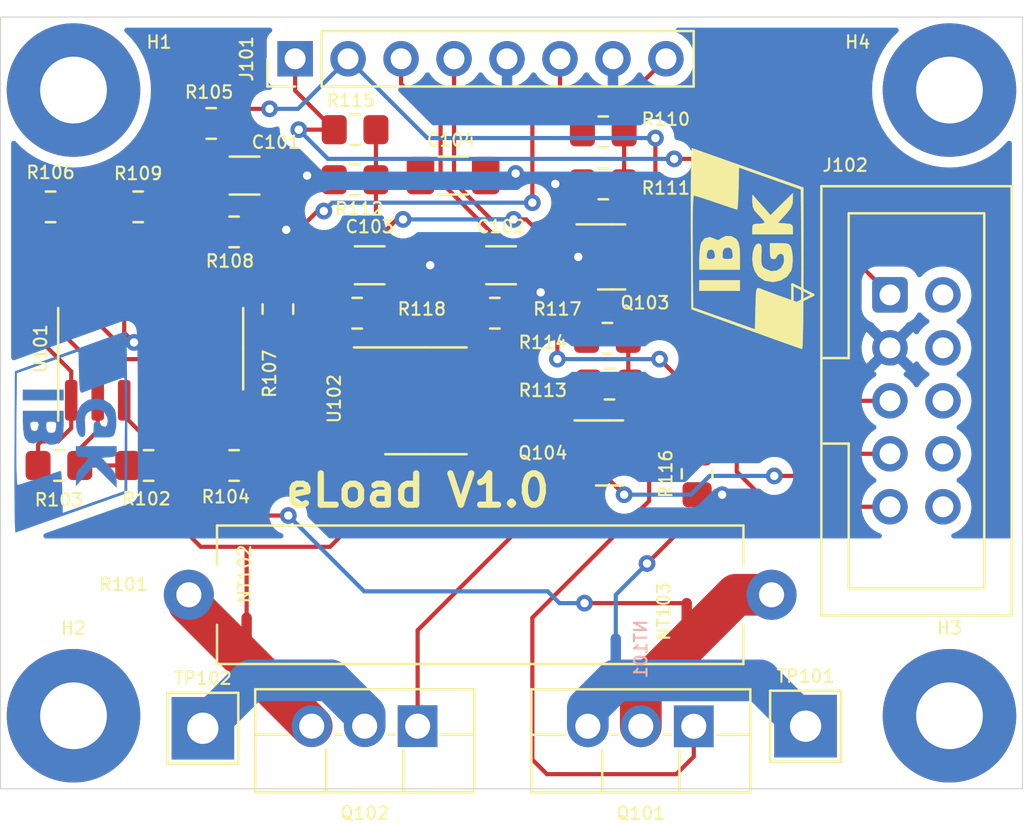
<source format=kicad_pcb>
(kicad_pcb (version 20211014) (generator pcbnew)
  (layers (0 "F.Cu" signal) (31 "B.Cu" signal) (34 "B.Paste" user) (35 "F.Paste" user) (36 "B.SilkS" user "B.Silkscreen") (37 "F.SilkS" user "F.Silkscreen") (38 "B.Mask" user) (39 "F.Mask" user) (44 "Edge.Cuts" user))
  (net 0 "")
  (net 1 "Net-(C102-Pad1)")
  (net 2 "Net-(C101-Pad1)")
  (net 3 "GNDPWR")
  (net 4 "Net-(R102-Pad1)")
  (net 5 "Net-(R102-Pad2)")
  (net 6 "Net-(R103-Pad2)")
  (net 7 "Net-(R104-Pad2)")
  (net 8 "+5VA")
  (net 9 "Net-(R106-Pad2)")
  (net 10 "Net-(R107-Pad2)")
  (net 11 "Net-(C103-Pad1)")
  (net 13 "GND")
  (net 14 "/VIN")
  (net 15 "+12VA")
  (net 16 "-12VA")
  (net 17 "/VMEAS")
  (net 18 "/VON_OFF")
  (net 19 "Net-(Q101-Pad1)")
  (net 20 "Net-(Q102-Pad1)")
  (net 21 "Net-(Q103-Pad1)")
  (net 22 "Net-(Q103-Pad3)")
  (net 23 "Net-(Q104-Pad1)")
  (net 24 "Net-(C104-Pad1)")
  (net 33 "/PL2")
  (net 34 "/PL1")
  (net 35 "/PL0")
  (net 36 "Net-(NT102-Pad1)")
  (net 37 "Net-(NT103-Pad2)")
  (footprint "MountingHole:MountingHole_3.2mm_M3_Pad_TopBottom" (layer "F.Cu") (at 103.5 53.5)
    (fp_text reference "H1")
    (fp_text value "MountingHole")
  )
  (footprint "MountingHole:MountingHole_3.2mm_M3_Pad_TopBottom" (layer "F.Cu") (at 145.5 83.5)
    (fp_text reference "H3")
    (fp_text value "MountingHole")
  )
  (footprint "MountingHole:MountingHole_3.2mm_M3_Pad_TopBottom" (layer "F.Cu") (at 145.5 53.5)
    (fp_text reference "H4")
    (fp_text value "MountingHole")
  )
  (footprint "MountingHole:MountingHole_3.2mm_M3_Pad_TopBottom" (layer "F.Cu") (at 103.5 83.5)
    (fp_text reference "H2")
    (fp_text value "MountingHole")
  )
  (footprint "ib_gk-lib:iblogo" (layer "F.Cu") (at 136.130418 61.095565 90)
    (fp_text reference "G1" hide)
    (fp_text value "LOGO" hide)
  )
  (footprint "Resistor_SMD:R_0805_2012Metric_Pad1.20x1.40mm_HandSolder" (layer "F.Cu") (at 123.7 64.2)
    (fp_text reference "R117")
    (fp_text value "33R")
  )
  (footprint "Resistor_SMD:R_0805_2012Metric_Pad1.20x1.40mm_HandSolder" (layer "F.Cu") (at 117 57.8)
    (fp_text reference "R115")
    (fp_text value "10K")
  )
  (footprint "Capacitor_SMD:C_1206_3216Metric_Pad1.33x1.80mm_HandSolder" (layer "F.Cu") (at 117.7 61.9)
    (property "Reference" "C?")
    (property "Value" "C")
    (fp_text reference "C103")
    (fp_text value "100nF")
  )
  (footprint "Package_SO:SO-14_3.9x8.65mm_P1.27mm" (layer "F.Cu") (at 107.2 65.9 90)
    (fp_text reference "U101")
    (fp_text value "MCP604")
  )
  (footprint "Connector_PinHeader_2.54mm:PinHeader_1x08_P2.54mm_Vertical" (layer "F.Cu") (at 114.125 52 90)
    (fp_text reference "J101")
    (fp_text value "Conn_01x08")
  )
  (footprint "NetTie:NetTie-2_SMD_Pad0.5mm" (layer "F.Cu") (at 132.9 78.6 90)
    (fp_text reference "NT103")
    (fp_text value "NetTie_2")
  )
  (footprint "Resistor_SMD:R_0805_2012Metric_Pad1.20x1.40mm_HandSolder" (layer "F.Cu") (at 102.4 59.1)
    (fp_text reference "R106")
    (fp_text value "10K")
  )
  (footprint "Resistor_SMD:R_0805_2012Metric_Pad1.20x1.40mm_HandSolder" (layer "F.Cu") (at 129.2 67.6 180)
    (fp_text reference "R113")
    (fp_text value "10K")
  )
  (footprint "Resistor_SMD:R_0805_2012Metric_Pad1.20x1.40mm_HandSolder" (layer "F.Cu") (at 107.1 71.5)
    (fp_text reference "R102")
    (fp_text value "10K")
  )
  (footprint "Package_TO_SOT_THT:TO-220F-3_Vertical" (layer "F.Cu") (at 120 84 180)
    (fp_text reference "Q102")
    (fp_text value "IRLIZ44N")
  )
  (footprint "Resistor_SMD:R_0805_2012Metric_Pad1.20x1.40mm_HandSolder" (layer "F.Cu") (at 111.2 60.3 180)
    (fp_text reference "R108")
    (fp_text value "10K")
  )
  (footprint "Package_SO:SO-8_3.9x4.9mm_P1.27mm" (layer "F.Cu") (at 120.4 68.4)
    (fp_text reference "U102")
    (fp_text value "OP07")
  )
  (footprint "Resistor_SMD:R_0805_2012Metric_Pad1.20x1.40mm_HandSolder" (layer "F.Cu") (at 110.1 55.1)
    (fp_text reference "R105")
    (fp_text value "33R")
  )
  (footprint "Resistor_SMD:R_0805_2012Metric_Pad1.20x1.40mm_HandSolder" (layer "F.Cu") (at 106.6 59.1)
    (fp_text reference "R109")
    (fp_text value "10K")
  )
  (footprint "Capacitor_SMD:C_1206_3216Metric_Pad1.33x1.80mm_HandSolder" (layer "F.Cu") (at 121.7 57.6)
    (property "Reference" "C?")
    (property "Value" "C")
    (fp_text reference "C104")
    (fp_text value "100nF")
  )
  (footprint "TestPoint:TestPoint_THTPad_3.0x3.0mm_Drill1.5mm" (layer "F.Cu") (at 138.6 84)
    (fp_text reference "TP101")
    (fp_text value "TestPoint")
  )
  (footprint "NetTie:NetTie-2_SMD_Pad0.5mm" (layer "F.Cu") (at 111.8 79.3 -90)
    (fp_text reference "NT102")
    (fp_text value "NetTie_2")
  )
  (footprint "Resistor_SMD:R_0805_2012Metric_Pad1.20x1.40mm_HandSolder" (layer "F.Cu") (at 117.1 64.2 180)
    (fp_text reference "R118")
    (fp_text value "33R")
  )
  (footprint "Resistor_SMD:R_0805_2012Metric_Pad1.20x1.40mm_HandSolder" (layer "F.Cu") (at 133.4 71.9 90)
    (fp_text reference "R116")
    (fp_text value "1K")
  )
  (footprint "Resistor_SMD:R_0805_2012Metric_Pad1.20x1.40mm_HandSolder" (layer "F.Cu") (at 128.9 58)
    (fp_text reference "R111")
    (fp_text value "10K")
  )
  (footprint "Package_TO_SOT_THT:TO-220F-3_Vertical" (layer "F.Cu") (at 133.24 84.005 180)
    (fp_text reference "Q101")
    (fp_text value "IRF3205")
  )
  (footprint "TestPoint:TestPoint_THTPad_3.0x3.0mm_Drill1.5mm" (layer "F.Cu") (at 109.7 84.1)
    (fp_text reference "TP102")
    (fp_text value "TestPoint")
  )
  (footprint "Package_TO_SOT_SMD:SOT-23" (layer "F.Cu") (at 129.3 61.5)
    (fp_text reference "Q103")
    (fp_text value "BC847")
  )
  (footprint "Resistor_SMD:R_0805_2012Metric_Pad1.20x1.40mm_HandSolder" (layer "F.Cu") (at 113.3 64 90)
    (fp_text reference "R107")
    (fp_text value "10K")
  )
  (footprint "Resistor_SMD:R_0805_2012Metric_Pad1.20x1.40mm_HandSolder" (layer "F.Cu") (at 128.9 55.5 180)
    (fp_text reference "R110")
    (fp_text value "10K")
  )
  (footprint "Resistor_THT:R_Axial_Power_L25.0mm_W6.4mm_P27.94mm" (layer "F.Cu") (at 109.03 77.7)
    (fp_text reference "R101")
    (fp_text value "10R")
  )
  (footprint "Capacitor_SMD:C_1206_3216Metric_Pad1.33x1.80mm_HandSolder" (layer "F.Cu") (at 111.7 57.6)
    (property "Reference" "C?")
    (property "Value" "C")
    (fp_text reference "C101")
    (fp_text value "100nF")
  )
  (footprint "Resistor_SMD:R_0805_2012Metric_Pad1.20x1.40mm_HandSolder" (layer "F.Cu") (at 111.2 71.5)
    (fp_text reference "R104")
    (fp_text value "10K")
  )
  (footprint "Resistor_SMD:R_0805_2012Metric_Pad1.20x1.40mm_HandSolder" (layer "F.Cu") (at 102.8 71.5 180)
    (fp_text reference "R103")
    (fp_text value "10K")
  )
  (footprint "Package_TO_SOT_SMD:SOT-23" (layer "F.Cu") (at 129.2 70.9)
    (fp_text reference "Q104")
    (fp_text value "BC857")
  )
  (footprint "Capacitor_SMD:C_1206_3216Metric_Pad1.33x1.80mm_HandSolder" (layer "F.Cu") (at 124 61.9)
    (property "Reference" "C?")
    (property "Value" "C")
    (fp_text reference "C102")
    (fp_text value "100nF")
  )
  (footprint "Resistor_SMD:R_0805_2012Metric_Pad1.20x1.40mm_HandSolder" (layer "F.Cu") (at 117 55.4 180)
    (fp_text reference "R112")
    (fp_text value "22K")
  )
  (footprint "Resistor_SMD:R_0805_2012Metric_Pad1.20x1.40mm_HandSolder" (layer "F.Cu") (at 129.1 65.4)
    (fp_text reference "R114")
    (fp_text value "10K")
  )
  (footprint "Connector_IDC:IDC-Header_2x05_P2.54mm_Vertical" (layer "F.Cu") (at 142.6475 63.32)
    (property "Reference" "J102")
    (property "Value" "Conn_02x05_Odd_Even")
    (fp_text reference "J102")
    (fp_text value "Conn_02x05_Odd_Even")
  )
  (footprint "ib_gk-lib:iblogo_Cu" (layer "B.Cu") (at 103.7 69.9 -90)
    (fp_text reference "G2" hide)
    (fp_text value "LOGO" hide)
  )
  (footprint "NetTie:NetTie-2_SMD_Pad0.5mm" (layer "B.Cu") (at 129.5 80.3 90)
    (fp_text reference "NT101")
    (fp_text value "NetTie_2")
  )
  (gr_line (start 100 87) (end 100 50) (layer "Edge.Cuts") (width 0.05))
  (gr_line (start 100 50) (end 149 50) (layer "Edge.Cuts") (width 0.05))
  (gr_line (start 149 87) (end 100 87) (layer "Edge.Cuts") (width 0.05))
  (gr_line (start 149 50) (end 149 87) (layer "Edge.Cuts") (width 0.05))
  (gr_text "eLoad V1.0" (at 120 72.7) (layer "F.SilkS") (effects (font (size 1.5 1.5) (thickness 0.3))))
  (segment (start 124.035 67.765) (end 124.5 67.3) (width 0.2) (layer "F.Cu") (net 1))
  (segment (start 122.975 67.765) (end 124.035 67.765) (width 0.2) (layer "F.Cu") (net 1))
  (segment (start 123.8 65.3) (end 123.1 65.3) (width 0.2) (layer "F.Cu") (net 1))
  (segment (start 122.4375 61.9) (end 122.4375 63.9375) (width 0.2) (layer "F.Cu") (net 1))
  (segment (start 124.5 67.3) (end 124.5 66) (width 0.2) (layer "F.Cu") (net 1))
  (segment (start 122.4375 63.9375) (end 122.7 64.2) (width 0.2) (layer "F.Cu") (net 1))
  (segment (start 122.7 64.9) (end 122.7 64.2) (width 0.2) (layer "F.Cu") (net 1))
  (segment (start 123.1 65.3) (end 122.7 64.9) (width 0.2) (layer "F.Cu") (net 1))
  (segment (start 124.5 66) (end 123.8 65.3) (width 0.2) (layer "F.Cu") (net 1))
  (segment (start 103.1 57.6) (end 102.3 58.4) (width 0.2) (layer "F.Cu") (net 2))
  (segment (start 102.3 64.5) (end 104.2 66.4) (width 0.2) (layer "F.Cu") (net 2))
  (segment (start 109.1 55.1) (end 109.1 56.5625) (width 0.2) (layer "F.Cu") (net 2))
  (segment (start 102.3 58.4) (end 102.3 64.5) (width 0.2) (layer "F.Cu") (net 2))
  (segment (start 110.1375 57.6) (end 103.1 57.6) (width 0.2) (layer "F.Cu") (net 2))
  (segment (start 107.2 66.8) (end 107.2 68.375) (width 0.2) (layer "F.Cu") (net 2))
  (segment (start 104.2 66.4) (end 106.8 66.4) (width 0.2) (layer "F.Cu") (net 2))
  (segment (start 109.1 56.5625) (end 110.1375 57.6) (width 0.2) (layer "F.Cu") (net 2))
  (segment (start 106.8 66.4) (end 107.2 66.8) (width 0.2) (layer "F.Cu") (net 2))
  (segment (start 136.40548 81.80548) (end 129.49452 81.80548) (width 2) (layer "B.Cu") (net 3))
  (segment (start 128.16 83.14) (end 128.16 84.005) (width 2) (layer "B.Cu") (net 3))
  (segment (start 129.49452 81.80548) (end 128.16 83.14) (width 2) (layer "B.Cu") (net 3))
  (segment (start 138.6 84) (end 136.40548 81.80548) (width 2) (layer "B.Cu") (net 3))
  (segment (start 104.66 69.84) (end 103.8 70.7) (width 0.2) (layer "F.Cu") (net 4))
  (segment (start 104.66 68.375) (end 104.66 69.84) (width 0.2) (layer "F.Cu") (net 4))
  (segment (start 106.1 71.5) (end 103.8 71.5) (width 0.2) (layer "F.Cu") (net 4))
  (segment (start 103.8 70.7) (end 103.8 71.5) (width 0.2) (layer "F.Cu") (net 4))
  (segment (start 109.74 70.14) (end 110.2 70.6) (width 0.2) (layer "F.Cu") (net 5))
  (segment (start 110.2 70.6) (end 110.2 71.5) (width 0.2) (layer "F.Cu") (net 5))
  (segment (start 108.56 70.14) (end 109.74 70.14) (width 0.2) (layer "F.Cu") (net 5))
  (segment (start 108.1 71.5) (end 108.1 70.6) (width 0.2) (layer "F.Cu") (net 5))
  (segment (start 108.1 70.6) (end 108.56 70.14) (width 0.2) (layer "F.Cu") (net 5))
  (segment (start 109.74 68.375) (end 109.74 70.14) (width 0.2) (layer "F.Cu") (net 5))
  (segment (start 103.39 69.71) (end 102.75 70.35) (width 0.2) (layer "F.Cu") (net 6))
  (segment (start 102.75 70.35) (end 101.95 70.35) (width 0.2) (layer "F.Cu") (net 6))
  (segment (start 101.95 70.35) (end 101.8 70.5) (width 0.2) (layer "F.Cu") (net 6))
  (segment (start 103.39 66.99) (end 101.4 65) (width 0.2) (layer "F.Cu") (net 6))
  (segment (start 103.39 68.375) (end 103.39 66.99) (width 0.2) (layer "F.Cu") (net 6))
  (segment (start 101.4 65) (end 101.4 59.1) (width 0.2) (layer "F.Cu") (net 6))
  (segment (start 101.8 70.5) (end 101.8 71.5) (width 0.2) (layer "F.Cu") (net 6))
  (segment (start 103.39 68.375) (end 103.39 69.71) (width 0.2) (layer "F.Cu") (net 6))
  (segment (start 113.3 68.465) (end 112.2 69.565) (width 0.2) (layer "F.Cu") (net 7))
  (segment (start 112.2 70.2) (end 112.2 69.565) (width 0.2) (layer "F.Cu") (net 7))
  (segment (start 111.01 69.71) (end 111.5 70.2) (width 0.2) (layer "F.Cu") (net 7))
  (segment (start 111.5 70.2) (end 112.2 70.2) (width 0.2) (layer "F.Cu") (net 7))
  (segment (start 112.2 71.5) (end 112.2 70.2) (width 0.2) (layer "F.Cu") (net 7))
  (segment (start 111.01 68.375) (end 111.01 69.71) (width 0.2) (layer "F.Cu") (net 7))
  (segment (start 113.3 65) (end 113.3 68.465) (width 0.2) (layer "F.Cu") (net 7))
  (segment (start 112.9 54.4) (end 111.8 54.4) (width 0.2) (layer "F.Cu") (net 8))
  (segment (start 131.4 55.8) (end 131.4 59.4) (width 0.2) (layer "F.Cu") (net 8))
  (segment (start 111.8 54.4) (end 111.1 55.1) (width 0.2) (layer "F.Cu") (net 8))
  (segment (start 131.4 59.4) (end 140.4 68.4) (width 0.2) (layer "F.Cu") (net 8))
  (segment (start 140.4 68.4) (end 142.6475 68.4) (width 0.2) (layer "F.Cu") (net 8))
  (via (at 131.4 55.8) (size 0.8) (drill 0.4) (layers "F.Cu" "B.Cu") (net 8))
  (via (at 112.9 54.4) (size 0.8) (drill 0.4) (layers "F.Cu" "B.Cu") (net 8))
  (segment (start 114.265 54.4) (end 113 54.4) (width 0.2) (layer "B.Cu") (net 8))
  (segment (start 116.665 52) (end 114.265 54.4) (width 0.2) (layer "B.Cu") (net 8))
  (segment (start 120.465 55.8) (end 116.665 52) (width 0.2) (layer "B.Cu") (net 8))
  (segment (start 113 54.4) (end 112.9 54.4) (width 0.2) (layer "B.Cu") (net 8))
  (segment (start 131.4 55.8) (end 120.465 55.8) (width 0.2) (layer "B.Cu") (net 8))
  (segment (start 105.6 59.1) (end 103.4 59.1) (width 0.2) (layer "F.Cu") (net 9))
  (segment (start 107.8 65.1) (end 108.3 65.6) (width 0.2) (layer "F.Cu") (net 9))
  (segment (start 105.6 59.1) (end 105.6 59.7) (width 0.2) (layer "F.Cu") (net 9))
  (segment (start 108.3 65.6) (end 109.4 65.6) (width 0.2) (layer "F.Cu") (net 9))
  (segment (start 107.8 61.9) (end 107.8 65.1) (width 0.2) (layer "F.Cu") (net 9))
  (segment (start 109.74 65.26) (end 109.74 63.425) (width 0.2) (layer "F.Cu") (net 9))
  (segment (start 105.6 59.7) (end 107.8 61.9) (width 0.2) (layer "F.Cu") (net 9))
  (segment (start 109.4 65.6) (end 109.74 65.26) (width 0.2) (layer "F.Cu") (net 9))
  (segment (start 108.47 63.425) (end 108.47 60.93) (width 0.2) (layer "F.Cu") (net 10))
  (segment (start 108.47 60.93) (end 109.1 60.3) (width 0.2) (layer "F.Cu") (net 10))
  (segment (start 112.5 61.4) (end 111.3 61.4) (width 0.2) (layer "F.Cu") (net 10))
  (segment (start 111.3 61.4) (end 110.2 60.3) (width 0.2) (layer "F.Cu") (net 10))
  (segment (start 113.3 62.2) (end 112.5 61.4) (width 0.2) (layer "F.Cu") (net 10))
  (segment (start 113.3 63) (end 113.3 62.2) (width 0.2) (layer "F.Cu") (net 10))
  (segment (start 109.1 60.3) (end 110.2 60.3) (width 0.2) (layer "F.Cu") (net 10))
  (segment (start 115 69.2) (end 115 64.2) (width 0.2) (layer "F.Cu") (net 11))
  (segment (start 117.825 70.305) (end 116.105 70.305) (width 0.2) (layer "F.Cu") (net 11))
  (segment (start 116.105 70.305) (end 115 69.2) (width 0.2) (layer "F.Cu") (net 11))
  (segment (start 116.1 64.2) (end 115 64.2) (width 0.2) (layer "F.Cu") (net 11))
  (segment (start 115 64.2) (end 115 62.5) (width 0.2) (layer "F.Cu") (net 11))
  (segment (start 115 62.5) (end 115.6 61.9) (width 0.2) (layer "F.Cu") (net 11))
  (segment (start 115.6 61.9) (end 116.1375 61.9) (width 0.2) (layer "F.Cu") (net 11))
  (segment (start 134.6 72.9) (end 133.4 72.9) (width 0.2) (layer "F.Cu") (net 13))
  (segment (start 120.6 61.9) (end 119.2625 61.9) (width 0.2) (layer "F.Cu") (net 13))
  (segment (start 114.9 57.8) (end 114.7 57.6) (width 0.2) (layer "F.Cu") (net 13))
  (segment (start 125.9 63.2) (end 125.9 62.2375) (width 0.2) (layer "F.Cu") (net 13))
  (segment (start 125.9 62.2375) (end 125.5625 61.9) (width 0.2) (layer "F.Cu") (net 13))
  (segment (start 128.3625 62.1625) (end 127.7 61.5) (width 0.2) (layer "F.Cu") (net 13))
  (segment (start 107.2 64.8) (end 107.2 63.425) (width 0.2) (layer "F.Cu") (net 13))
  (segment (start 116 57.8) (end 114.9 57.8) (width 0.2) (layer "F.Cu") (net 13))
  (segment (start 124.6 57.6) (end 124.7 57.5) (width 0.2) (layer "F.Cu") (net 13))
  (segment (start 133.4 72.9) (end 133.4 73.8) (width 0.2) (layer "F.Cu") (net 13))
  (segment (start 113.2625 57.6) (end 114.7 57.6) (width 0.2) (layer "F.Cu") (net 13))
  (segment (start 113.6 60.3) (end 113.7 60.2) (width 0.2) (layer "F.Cu") (net 13))
  (segment (start 105.6 65.6) (end 106.4 65.6) (width 0.2) (layer "F.Cu") (net 13))
  (segment (start 127.9 58) (end 126.6 58) (width 0.2) (layer "F.Cu") (net 13))
  (segment (start 133.4 73.8) (end 131 76.2) (width 0.2) (layer "F.Cu") (net 13))
  (segment (start 106.4 65.6) (end 107.2 64.8) (width 0.2) (layer "F.Cu") (net 13))
  (segment (start 112.2 60.3) (end 113.6 60.3) (width 0.2) (layer "F.Cu") (net 13))
  (segment (start 105.93 65.13) (end 106.4 65.6) (width 0.2) (layer "F.Cu") (net 13))
  (segment (start 105.93 63.425) (end 105.93 65.13) (width 0.2) (layer "F.Cu") (net 13))
  (segment (start 128.3625 62.45) (end 128.3625 62.1625) (width 0.2) (layer "F.Cu") (net 13))
  (segment (start 104.66 63.425) (end 104.66 64.66) (width 0.2) (layer "F.Cu") (net 13))
  (segment (start 123.2625 57.6) (end 124.6 57.6) (width 0.2) (layer "F.Cu") (net 13))
  (segment (start 104.66 64.66) (end 105.6 65.6) (width 0.2) (layer "F.Cu") (net 13))
  (via (at 127.7 61.5) (size 0.8) (drill 0.4) (layers "F.Cu" "B.Cu") (net 13))
  (via (at 106.4 65.6) (size 0.8) (drill 0.4) (layers "F.Cu" "B.Cu") (net 13))
  (via (at 124.7 57.5) (size 0.8) (drill 0.4) (layers "F.Cu" "B.Cu") (net 13))
  (via (at 126.6 58) (size 0.8) (drill 0.4) (layers "F.Cu" "B.Cu") (net 13))
  (via (at 114.7 57.6) (size 0.8) (drill 0.4) (layers "F.Cu" "B.Cu") (net 13))
  (via (at 134.6 72.9) (size 0.8) (drill 0.4) (layers "F.Cu" "B.Cu") (net 13))
  (via (at 125.9 63.2) (size 0.8) (drill 0.4) (layers "F.Cu" "B.Cu") (net 13))
  (via (at 113.7 60.2) (size 0.8) (drill 0.4) (layers "F.Cu" "B.Cu") (net 13))
  (via (at 131 76.2) (size 0.8) (drill 0.4) (layers "F.Cu" "B.Cu") (net 13))
  (via (at 120.6 61.9) (size 0.8) (drill 0.4) (layers "F.Cu" "B.Cu") (net 13))
  (segment (start 129.5 77.7) (end 129.5 79.8) (width 0.2) (layer "B.Cu") (net 13))
  (segment (start 131 76.2) (end 129.5 77.7) (width 0.2) (layer "B.Cu") (net 13))
  (segment (start 132.3 56.8) (end 136.1275 56.8) (width 0.2) (layer "F.Cu") (net 14))
  (segment (start 136.1275 56.8) (end 142.6475 63.32) (width 0.2) (layer "F.Cu") (net 14))
  (segment (start 114.125 53.525) (end 114.125 52) (width 0.2) (layer "F.Cu") (net 14))
  (segment (start 116 55.4) (end 114.3 55.4) (width 0.2) (layer "F.Cu") (net 14))
  (segment (start 116 55.4) (end 114.125 53.525) (width 0.2) (layer "F.Cu") (net 14))
  (via (at 132.3 56.8) (size 0.8) (drill 0.4) (layers "F.Cu" "B.Cu") (net 14))
  (via (at 114.3 55.4) (size 0.8) (drill 0.4) (layers "F.Cu" "B.Cu") (net 14))
  (segment (start 115.7 56.8) (end 114.3 55.4) (width 0.2) (layer "B.Cu") (net 14))
  (segment (start 132.3 56.8) (end 115.7 56.8) (width 0.2) (layer "B.Cu") (net 14))
  (segment (start 128.85 71.85) (end 129.9 72.9) (width 0.2) (layer "F.Cu") (net 15))
  (segment (start 124.7 64.2) (end 124 63.5) (width 0.2) (layer "F.Cu") (net 15))
  (segment (start 128.2625 71.85) (end 127.05 71.85) (width 0.2) (layer "F.Cu") (net 15))
  (segment (start 126.3 67.6) (end 125.4 66.7) (width 0.2) (layer "F.Cu") (net 15))
  (segment (start 128.2 67.6) (end 126.3 67.6) (width 0.2) (layer "F.Cu") (net 15))
  (segment (start 137.1 72) (end 138.9 72) (width 0.2) (layer "F.Cu") (net 15))
  (segment (start 121.1 55.1) (end 119.205 53.205) (width 0.2) (layer "F.Cu") (net 15))
  (segment (start 138.9 72) (end 139.96 70.94) (width 0.2) (layer "F.Cu") (net 15))
  (segment (start 125.4 66.7) (end 125.4 64.9) (width 0.2) (layer "F.Cu") (net 15))
  (segment (start 139.96 70.94) (end 142.6475 70.94) (width 0.2) (layer "F.Cu") (net 15))
  (segment (start 128.2625 71.85) (end 128.85 71.85) (width 0.2) (layer "F.Cu") (net 15))
  (segment (start 126.3 71.1) (end 126.3 67.6) (width 0.2) (layer "F.Cu") (net 15))
  (segment (start 124 60.8) (end 121.1 57.9) (width 0.2) (layer "F.Cu") (net 15))
  (segment (start 121.1 57.9) (end 121.1 55.1) (width 0.2) (layer "F.Cu") (net 15))
  (segment (start 119.205 53.205) (end 119.205 52) (width 0.2) (layer "F.Cu") (net 15))
  (segment (start 125.4 64.9) (end 124.7 64.2) (width 0.2) (layer "F.Cu") (net 15))
  (segment (start 124 63.5) (end 124 60.8) (width 0.2) (layer "F.Cu") (net 15))
  (segment (start 127.05 71.85) (end 126.3 71.1) (width 0.2) (layer "F.Cu") (net 15))
  (via (at 137.1 72) (size 0.8) (drill 0.4) (layers "F.Cu" "B.Cu") (net 15))
  (via (at 129.9 72.9) (size 0.8) (drill 0.4) (layers "F.Cu" "B.Cu") (net 15))
  (segment (start 137.1 72) (end 134 72) (width 0.2) (layer "B.Cu") (net 15))
  (segment (start 133.1 72.9) (end 129.9 72.9) (width 0.2) (layer "B.Cu") (net 15))
  (segment (start 134 72) (end 133.1 72.9) (width 0.2) (layer "B.Cu") (net 15))
  (segment (start 123.522862 59.7) (end 124.2 59.7) (width 0.2) (layer "F.Cu") (net 16))
  (segment (start 124.6 59.7) (end 125.202138 59.7) (width 0.2) (layer "F.Cu") (net 16))
  (segment (start 126.7 61.197862) (end 126.7 66.4) (width 0.2) (layer "F.Cu") (net 16))
  (segment (start 125.202138 59.7) (end 126.7 61.197862) (width 0.2) (layer "F.Cu") (net 16))
  (segment (start 118.1 60.6) (end 118.1 64.2) (width 0.2) (layer "F.Cu") (net 16))
  (segment (start 136.98 73.48) (end 142.6475 73.48) (width 0.2) (layer "F.Cu") (net 16))
  (segment (start 119 59.7) (end 118.1 60.6) (width 0.2) (layer "F.Cu") (net 16))
  (segment (start 131.6 66.4) (end 135.3 70.1) (width 0.2) (layer "F.Cu") (net 16))
  (segment (start 121.745 57.922138) (end 123.522862 59.7) (width 0.2) (layer "F.Cu") (net 16))
  (segment (start 135.3 71.8) (end 136.98 73.48) (width 0.2) (layer "F.Cu") (net 16))
  (segment (start 121.745 52) (end 121.745 57.922138) (width 0.2) (layer "F.Cu") (net 16))
  (segment (start 135.3 70.1) (end 135.3 71.8) (width 0.2) (layer "F.Cu") (net 16))
  (segment (start 119.3 59.7) (end 119 59.7) (width 0.2) (layer "F.Cu") (net 16))
  (segment (start 124.2 59.7) (end 124.6 59.7) (width 0.2) (layer "F.Cu") (net 16))
  (via (at 126.7 66.4) (size 0.8) (drill 0.4) (layers "F.Cu" "B.Cu") (net 16))
  (via (at 119.3 59.7) (size 0.8) (drill 0.4) (layers "F.Cu" "B.Cu") (net 16))
  (via (at 124.6 59.7) (size 0.8) (drill 0.4) (layers "F.Cu" "B.Cu") (net 16))
  (via (at 131.6 66.4) (size 0.8) (drill 0.4) (layers "F.Cu" "B.Cu") (net 16))
  (segment (start 124.6 59.7) (end 119.3 59.7) (width 0.2) (layer "B.Cu") (net 16))
  (segment (start 126.7 66.4) (end 131.6 66.4) (width 0.2) (layer "B.Cu") (net 16))
  (segment (start 111.01 62.01) (end 111 62) (width 0.2) (layer "F.Cu") (net 17))
  (segment (start 114.5 60.010741) (end 114.494629 60.005371) (width 0.2) (layer "F.Cu") (net 17))
  (segment (start 112 62.4) (end 112 63.4) (width 0.2) (layer "F.Cu") (net 17))
  (segment (start 111.01 63.425) (end 111.01 62.01) (width 0.2) (layer "F.Cu") (net 17))
  (segment (start 111 62) (end 111.6 62) (width 0.2) (layer "F.Cu") (net 17))
  (segment (start 115.2 59.3) (end 115.5 59.3) (width 0.2) (layer "F.Cu") (net 17))
  (segment (start 113.589259 59.1) (end 107.6 59.1) (width 0.2) (layer "F.Cu") (net 17))
  (segment (start 111.6 62) (end 112 62.4) (width 0.2) (layer "F.Cu") (net 17))
  (segment (start 125.5 55) (end 126.825 53.675) (width 0.2) (layer "F.Cu") (net 17))
  (segment (start 112 63.4) (end 112.6 64) (width 0.2) (layer "F.Cu") (net 17))
  (segment (start 114.494629 60.005371) (end 113.589259 59.1) (width 0.2) (layer "F.Cu") (net 17))
  (segment (start 114.494629 60.005371) (end 115.2 59.3) (width 0.2) (layer "F.Cu") (net 17))
  (segment (start 112.6 64) (end 114.5 64) (width 0.2) (layer "F.Cu") (net 17))
  (segment (start 126.825 53.675) (end 126.825 52) (width 0.2) (layer "F.Cu") (net 17))
  (segment (start 125.5 58.9) (end 125.5 55) (width 0.2) (layer "F.Cu") (net 17))
  (segment (start 114.5 64) (end 114.5 60.010741) (width 0.2) (layer "F.Cu") (net 17))
  (via (at 125.5 58.9) (size 0.8) (drill 0.4) (layers "F.Cu" "B.Cu") (net 17))
  (via (at 115.5 59.3) (size 0.8) (drill 0.4) (layers "F.Cu" "B.Cu") (net 17))
  (segment (start 115.5 59.3) (end 115.9 58.9) (width 0.2) (layer "B.Cu") (net 17))
  (segment (start 115.9 58.9) (end 125.5 58.9) (width 0.2) (layer "B.Cu") (net 17))
  (segment (start 131.905 52) (end 130.005 53.9) (width 0.2) (layer "F.Cu") (net 18))
  (segment (start 127.9 55.2) (end 127.9 55.5) (width 0.2) (layer "F.Cu") (net 18))
  (segment (start 129.2 53.9) (end 127.9 55.2) (width 0.2) (layer "F.Cu") (net 18))
  (segment (start 130.005 53.9) (end 129.2 53.9) (width 0.2) (layer "F.Cu") (net 18))
  (segment (start 133.4 70.9) (end 131.1 70.9) (width 0.2) (layer "F.Cu") (net 19))
  (segment (start 125.5 85.6) (end 126.2 86.3) (width 0.2) (layer "F.Cu") (net 19))
  (segment (start 132.4 86.3) (end 133.24 85.46) (width 0.2) (layer "F.Cu") (net 19))
  (segment (start 131.1 70.9) (end 130.1375 70.9) (width 0.2) (layer "F.Cu") (net 19))
  (segment (start 133.24 85.46) (end 133.24 84.005) (width 0.2) (layer "F.Cu") (net 19))
  (segment (start 125.5 78.8) (end 125.5 85.6) (width 0.2) (layer "F.Cu") (net 19))
  (segment (start 131.1 70.9) (end 131.1 73.2) (width 0.2) (layer "F.Cu") (net 19))
  (segment (start 131.1 73.2) (end 125.5 78.8) (width 0.2) (layer "F.Cu") (net 19))
  (segment (start 126.2 86.3) (end 132.4 86.3) (width 0.2) (layer "F.Cu") (net 19))
  (segment (start 120 79.4) (end 124.6 74.8) (width 0.2) (layer "F.Cu") (net 20))
  (segment (start 124.6 74.8) (end 124.6 69.6) (width 0.2) (layer "F.Cu") (net 20))
  (segment (start 120 79.4) (end 120 84) (width 0.2) (layer "F.Cu") (net 20))
  (segment (start 122.975 69.035) (end 124.035 69.035) (width 0.2) (layer "F.Cu") (net 20))
  (segment (start 124.035 69.035) (end 124.6 69.6) (width 0.2) (layer "F.Cu") (net 20))
  (segment (start 128.3625 60.55) (end 128.3625 60.1375) (width 0.2) (layer "F.Cu") (net 21))
  (segment (start 129.9 58) (end 129.9 55.5) (width 0.2) (layer "F.Cu") (net 21))
  (segment (start 128.3625 60.1375) (end 129.9 58.6) (width 0.2) (layer "F.Cu") (net 21))
  (segment (start 129.9 58.6) (end 129.9 58) (width 0.2) (layer "F.Cu") (net 21))
  (segment (start 130.2375 62.5625) (end 130.2375 61.5) (width 0.2) (layer "F.Cu") (net 22))
  (segment (start 128.1 64.7) (end 130.2375 62.5625) (width 0.2) (layer "F.Cu") (net 22))
  (segment (start 128.1 65.4) (end 128.1 64.7) (width 0.2) (layer "F.Cu") (net 22))
  (segment (start 130.1 65.4) (end 130.1 67.5) (width 0.2) (layer "F.Cu") (net 23))
  (segment (start 128.2625 69.5375) (end 129 68.8) (width 0.2) (layer "F.Cu") (net 23))
  (segment (start 130.2 68.4) (end 130.2 67.6) (width 0.2) (layer "F.Cu") (net 23))
  (segment (start 128.2625 69.95) (end 128.2625 69.5375) (width 0.2) (layer "F.Cu") (net 23))
  (segment (start 129 68.8) (end 129.8 68.8) (width 0.2) (layer "F.Cu") (net 23))
  (segment (start 130.1 67.5) (end 130.2 67.6) (width 0.2) (layer "F.Cu") (net 23))
  (segment (start 129.8 68.8) (end 130.2 68.4) (width 0.2) (layer "F.Cu") (net 23))
  (segment (start 116.335 69.035) (end 117.825 69.035) (width 0.2) (layer "F.Cu") (net 24))
  (segment (start 117.1 63.3) (end 117.1 64.9) (width 0.2) (layer "F.Cu") (net 24))
  (segment (start 118 57.8) (end 119.9375 57.8) (width 0.2) (layer "F.Cu") (net 24))
  (segment (start 116 66) (end 116 68.7) (width 0.2) (layer "F.Cu") (net 24))
  (segment (start 118 55.4) (end 118 59.8) (width 0.2) (layer "F.Cu") (net 24))
  (segment (start 116 68.7) (end 116.335 69.035) (width 0.2) (layer "F.Cu") (net 24))
  (segment (start 117.4 60.4) (end 117.4 63) (width 0.2) (layer "F.Cu") (net 24))
  (segment (start 118 59.8) (end 117.4 60.4) (width 0.2) (layer "F.Cu") (net 24))
  (segment (start 117.1 64.9) (end 116 66) (width 0.2) (layer "F.Cu") (net 24))
  (segment (start 117.4 63) (end 117.1 63.3) (width 0.2) (layer "F.Cu") (net 24))
  (segment (start 119.9375 57.8) (end 120.1375 57.6) (width 0.2) (layer "F.Cu") (net 24))
  (segment (start 135.272944 77.7) (end 130.7 82.272944) (width 2) (layer "F.Cu") (net 33))
  (segment (start 130.7 82.272944) (end 130.7 84.005) (width 2) (layer "F.Cu") (net 33))
  (segment (start 136.97 77.7) (end 135.272944 77.7) (width 2) (layer "F.Cu") (net 33))
  (segment (start 109.03 77.7) (end 109.03 78.11) (width 2) (layer "F.Cu") (net 34))
  (segment (start 109.03 78.11) (end 114.92 84) (width 2) (layer "F.Cu") (net 34))
  (segment (start 117.46 83.449085) (end 115.811395 81.80048) (width 2) (layer "B.Cu") (net 35))
  (segment (start 115.811395 81.80048) (end 111.99952 81.80048) (width 2) (layer "B.Cu") (net 35))
  (segment (start 117.46 84) (end 117.46 83.449085) (width 2) (layer "B.Cu") (net 35))
  (segment (start 111.99952 81.80048) (end 109.7 84.1) (width 2) (layer "B.Cu") (net 35))
  (segment (start 111.8 78.8) (end 111.8 75.4) (width 0.2) (layer "F.Cu") (net 36))
  (segment (start 115.8 75.4) (end 111.8 75.4) (width 0.2) (layer "F.Cu") (net 36))
  (segment (start 119.065 67.765) (end 119.5 68.2) (width 0.2) (layer "F.Cu") (net 36))
  (segment (start 117.825 67.765) (end 119.065 67.765) (width 0.2) (layer "F.Cu") (net 36))
  (segment (start 119.5 68.2) (end 119.5 71.7) (width 0.2) (layer "F.Cu") (net 36))
  (segment (start 107.1 70.3) (end 105.93 69.13) (width 0.2) (layer "F.Cu") (net 36))
  (segment (start 105.93 69.13) (end 105.93 68.375) (width 0.2) (layer "F.Cu") (net 36))
  (segment (start 107.1 72.9) (end 107.1 70.3) (width 0.2) (layer "F.Cu") (net 36))
  (segment (start 109.6 75.4) (end 107.1 72.9) (width 0.2) (layer "F.Cu") (net 36))
  (segment (start 111.8 75.4) (end 109.6 75.4) (width 0.2) (layer "F.Cu") (net 36))
  (segment (start 119.5 71.7) (end 115.8 75.4) (width 0.2) (layer "F.Cu") (net 36))
  (segment (start 108.47 68.375) (end 108.47 67.03) (width 0.2) (layer "F.Cu") (net 37))
  (segment (start 110.41048 67.11048) (end 110.41048 69.81048) (width 0.2) (layer "F.Cu") (net 37))
  (segment (start 108.47 67.03) (end 108.8 66.7) (width 0.2) (layer "F.Cu") (net 37))
  (segment (start 108.8 66.7) (end 110 66.7) (width 0.2) (layer "F.Cu") (net 37))
  (segment (start 110 66.7) (end 110.41048 67.11048) (width 0.2) (layer "F.Cu") (net 37))
  (segment (start 111.2 73.3) (end 111.8 73.9) (width 0.2) (layer "F.Cu") (net 37))
  (segment (start 128 78.1) (end 132.9 78.1) (width 0.2) (layer "F.Cu") (net 37))
  (segment (start 110.41048 69.81048) (end 111.2 70.6) (width 0.2) (layer "F.Cu") (net 37))
  (segment (start 111.2 70.6) (end 111.2 73.3) (width 0.2) (layer "F.Cu") (net 37))
  (segment (start 111.8 73.9) (end 113.8 73.9) (width 0.2) (layer "F.Cu") (net 37))
  (via (at 113.8 73.9) (size 0.8) (drill 0.4) (layers "F.Cu" "B.Cu") (net 37))
  (via (at 128 78.1) (size 0.8) (drill 0.4) (layers "F.Cu" "B.Cu") (net 37))
  (segment (start 126.234513 77.534513) (end 126.8 78.1) (width 0.2) (layer "B.Cu") (net 37))
  (segment (start 113.8 73.9) (end 117.434513 77.534513) (width 0.2) (layer "B.Cu") (net 37))
  (segment (start 126.8 78.1) (end 128 78.1) (width 0.2) (layer "B.Cu") (net 37))
  (segment (start 117.434513 77.534513) (end 126.234513 77.534513) (width 0.2) (layer "B.Cu") (net 37))
  (zone (net 13) (net_name "GND") (layer "B.Cu") (connect_pads (clearance 0.508)) (min_thickness 0.254) (fill yes (thermal_gap 0.508) (thermal_bridge_width 0.508))
    (polygon (pts (xy 149 75) (xy 100 75) (xy 100 50) (xy 149 50)))
  )
)
</source>
